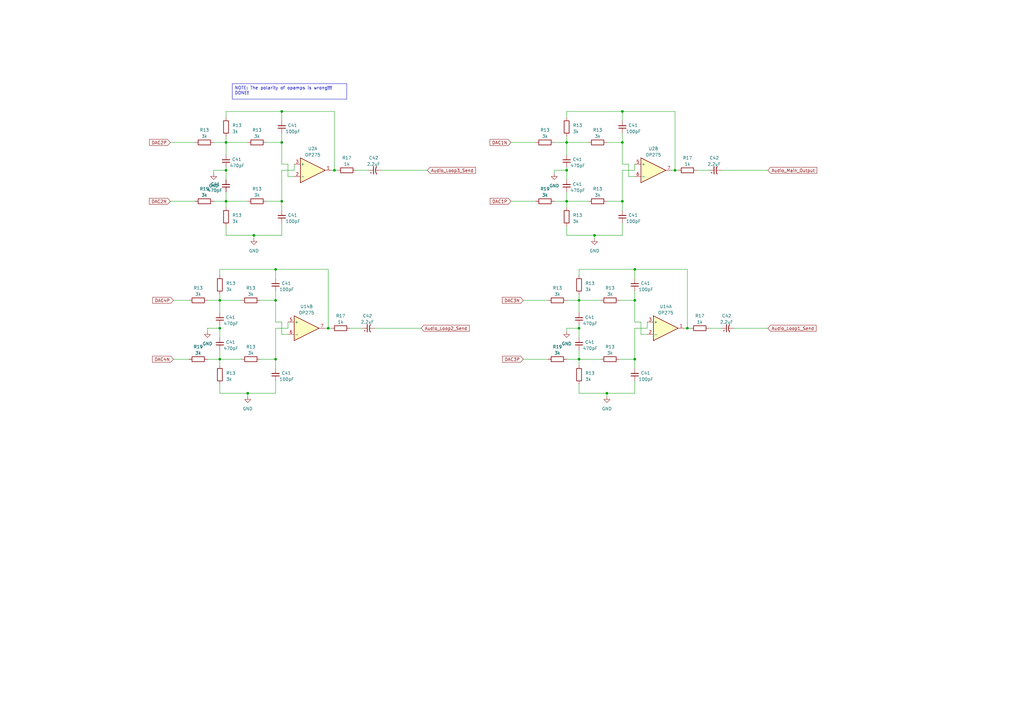
<source format=kicad_sch>
(kicad_sch (version 20231120) (generator "eeschema") (generator_version "8.0")
  (paper "A3")
  (lib_symbols
    (symbol "Amplifier_Operational:OP275" (pin_names (offset 0.127))
      (property "Reference" "U" (at 0 5.08 0))
      (property "Value" "OP275" (at 0 -5.08 0))
      (symbol "OP275_1_1"
        (polyline (pts (xy -5.08 5.08) (xy 5.08 0) (xy -5.08 -5.08) (xy -5.08 5.08)) (stroke (width 0.254)) (fill (type background)))
        (pin output line (at 7.62 0 180) (length 2.54) (name "~") (number "1"))
        (pin input line (at -7.62 -2.54 0) (length 2.54) (name "-") (number "2"))
        (pin input line (at -7.62 2.54 0) (length 2.54) (name "+") (number "3"))
      )
      (symbol "OP275_2_1"
        (polyline (pts (xy -5.08 5.08) (xy 5.08 0) (xy -5.08 -5.08) (xy -5.08 5.08)) (stroke (width 0.254)) (fill (type background)))
        (pin input line (at -7.62 2.54 0) (length 2.54) (name "+") (number "5"))
        (pin input line (at -7.62 -2.54 0) (length 2.54) (name "-") (number "6"))
        (pin output line (at 7.62 0 180) (length 2.54) (name "~") (number "7"))
      )
      (symbol "OP275_3_1"
        (pin power_in line (at -2.54 -7.62 90) (length 3.81) (name "V-") (number "4"))
        (pin power_in line (at -2.54 7.62 270) (length 3.81) (name "V+") (number "8"))
      )
    )
    (symbol "Device:C_Polarized_Small_US" (pin_numbers hide) (pin_names (offset 0.254) hide)
      (property "Reference" "C" (at 0.254 1.778 0))
      (property "Value" "C_Polarized_Small_US" (at 0.254 -2.032 0))
      (symbol "C_Polarized_Small_US_0_1"
        (polyline (pts (xy -1.524 0.508) (xy 1.524 0.508)) (stroke (width 0.3048)))
        (polyline (pts (xy -1.27 1.524) (xy -0.762 1.524)))
        (polyline (pts (xy -1.016 1.27) (xy -1.016 1.778)))
        (arc (start 1.524 -0.762) (mid 0 -0.3734) (end -1.524 -0.762) (stroke (width 0.3048)))
      )
      (symbol "C_Polarized_Small_US_1_1"
        (pin passive line (at 0 2.54 270) (length 2.032) (name "~") (number "1"))
        (pin passive line (at 0 -2.54 90) (length 2.032) (name "~") (number "2"))
      )
    )
    (symbol "Device:C_Small" (pin_numbers hide) (pin_names (offset 0.254) hide)
      (property "Reference" "C" (at 0.254 1.778 0))
      (property "Value" "C_Small" (at 0.254 -2.032 0))
      (symbol "C_Small_0_1"
        (polyline (pts (xy -1.524 -0.508) (xy 1.524 -0.508)) (stroke (width 0.3302)))
        (polyline (pts (xy -1.524 0.508) (xy 1.524 0.508)) (stroke (width 0.3048)))
      )
      (symbol "C_Small_1_1"
        (pin passive line (at 0 2.54 270) (length 2.032) (name "~") (number "1"))
        (pin passive line (at 0 -2.54 90) (length 2.032) (name "~") (number "2"))
      )
    )
    (symbol "Device:R" (pin_numbers hide) (pin_names (offset 0))
      (property "Reference" "R" (at 2.032 0 90))
      (property "Value" "R" (at 0 0 90))
      (symbol "R_0_1"
        (rectangle (start -1.016 -2.54) (end 1.016 2.54) (stroke (width 0.254)))
      )
      (symbol "R_1_1"
        (pin passive line (at 0 3.81 270) (length 1.27) (name "~") (number "1"))
        (pin passive line (at 0 -3.81 90) (length 1.27) (name "~") (number "2"))
      )
    )
    (symbol "power:GND" (power) (pin_names (offset 0))
      (property "Value" "GND" (at 0 -3.81 0))
      (symbol "GND_0_1"
        (polyline (pts (xy 0 0) (xy 0 -1.27) (xy 1.27 -1.27) (xy 0 -2.54) (xy -1.27 -1.27) (xy 0 -1.27)))
      )
      (symbol "GND_1_1"
        (pin power_in line (at 0 0 270) (length 0) hide (name "GND") (number "1"))
      )
    )
  )
  (junction (at 92.71 69.85))
  (junction (at 92.71 82.55))
  (junction (at 115.57 45.72))
  (junction (at 90.17 134.62))
  (junction (at 237.49 134.62))
  (junction (at 255.27 82.55))
  (junction (at 90.17 123.19))
  (junction (at 255.27 58.42))
  (junction (at 248.92 161.29))
  (junction (at 255.27 45.72))
  (junction (at 276.86 69.85))
  (junction (at 134.62 134.62))
  (junction (at 281.94 134.62))
  (junction (at 104.14 96.52))
  (junction (at 115.57 58.42))
  (junction (at 90.17 147.32))
  (junction (at 137.16 69.85))
  (junction (at 113.03 123.19))
  (junction (at 232.41 82.55))
  (junction (at 260.35 123.19))
  (junction (at 237.49 123.19))
  (junction (at 115.57 82.55))
  (junction (at 113.03 110.49))
  (junction (at 232.41 58.42))
  (junction (at 101.6 161.29))
  (junction (at 113.03 147.32))
  (junction (at 260.35 110.49))
  (junction (at 232.41 69.85))
  (junction (at 237.49 147.32))
  (junction (at 92.71 58.42))
  (junction (at 260.35 147.32))
  (junction (at 243.84 96.52))
  (wire (pts (xy 115.57 137.16) (xy 118.11 137.16)))
  (wire (pts (xy 115.57 69.85) (xy 115.57 82.55)))
  (wire (pts (xy 143.51 134.62) (xy 148.59 134.62)))
  (wire (pts (xy 232.41 58.42) (xy 241.3 58.42)))
  (wire (pts (xy 255.27 45.72) (xy 255.27 49.53)))
  (wire (pts (xy 92.71 82.55) (xy 92.71 85.09)))
  (wire (pts (xy 237.49 113.03) (xy 237.49 110.49)))
  (wire (pts (xy 92.71 68.58) (xy 92.71 69.85)))
  (wire (pts (xy 115.57 58.42) (xy 109.22 58.42)))
  (wire (pts (xy 257.81 72.39) (xy 260.35 72.39)))
  (wire (pts (xy 260.35 110.49) (xy 281.94 110.49)))
  (wire (pts (xy 92.71 45.72) (xy 115.57 45.72)))
  (wire (pts (xy 232.41 69.85) (xy 232.41 73.66)))
  (wire (pts (xy 276.86 45.72) (xy 276.86 69.85)))
  (wire (pts (xy 260.35 67.31) (xy 260.35 69.85)))
  (wire (pts (xy 280.67 134.62) (xy 281.94 134.62)))
  (wire (pts (xy 109.22 82.55) (xy 115.57 82.55)))
  (wire (pts (xy 260.35 156.21) (xy 260.35 161.29)))
  (wire (pts (xy 232.41 48.26) (xy 232.41 45.72)))
  (wire (pts (xy 90.17 113.03) (xy 90.17 110.49)))
  (wire (pts (xy 120.65 67.31) (xy 120.65 69.85)))
  (wire (pts (xy 262.89 132.08) (xy 262.89 137.16)))
  (wire (pts (xy 232.41 96.52) (xy 243.84 96.52)))
  (wire (pts (xy 87.63 69.85) (xy 92.71 69.85)))
  (wire (pts (xy 232.41 135.89) (xy 232.41 134.62)))
  (wire (pts (xy 87.63 71.12) (xy 87.63 69.85)))
  (wire (pts (xy 255.27 54.61) (xy 255.27 58.42)))
  (wire (pts (xy 146.05 69.85) (xy 151.13 69.85)))
  (wire (pts (xy 248.92 161.29) (xy 248.92 162.56)))
  (wire (pts (xy 113.03 119.38) (xy 113.03 123.19)))
  (wire (pts (xy 101.6 161.29) (xy 113.03 161.29)))
  (wire (pts (xy 232.41 45.72) (xy 255.27 45.72)))
  (wire (pts (xy 87.63 58.42) (xy 92.71 58.42)))
  (wire (pts (xy 227.33 82.55) (xy 232.41 82.55)))
  (wire (pts (xy 232.41 78.74) (xy 232.41 82.55)))
  (wire (pts (xy 214.63 123.19) (xy 224.79 123.19)))
  (wire (pts (xy 92.71 69.85) (xy 92.71 73.66)))
  (wire (pts (xy 104.14 96.52) (xy 115.57 96.52)))
  (wire (pts (xy 71.12 123.19) (xy 77.47 123.19)))
  (wire (pts (xy 237.49 147.32) (xy 237.49 149.86)))
  (wire (pts (xy 237.49 123.19) (xy 237.49 128.27)))
  (wire (pts (xy 232.41 92.71) (xy 232.41 96.52)))
  (wire (pts (xy 237.49 157.48) (xy 237.49 161.29)))
  (wire (pts (xy 257.81 67.31) (xy 257.81 72.39)))
  (wire (pts (xy 135.89 69.85) (xy 137.16 69.85)))
  (wire (pts (xy 255.27 82.55) (xy 255.27 86.36)))
  (wire (pts (xy 134.62 110.49) (xy 134.62 134.62)))
  (wire (pts (xy 153.67 134.62) (xy 172.72 134.62)))
  (wire (pts (xy 92.71 58.42) (xy 101.6 58.42)))
  (wire (pts (xy 118.11 132.08) (xy 118.11 134.62)))
  (wire (pts (xy 265.43 134.62) (xy 260.35 134.62)))
  (wire (pts (xy 243.84 96.52) (xy 243.84 97.79)))
  (wire (pts (xy 254 147.32) (xy 260.35 147.32)))
  (wire (pts (xy 255.27 91.44) (xy 255.27 96.52)))
  (wire (pts (xy 295.91 69.85) (xy 314.96 69.85)))
  (wire (pts (xy 227.33 69.85) (xy 232.41 69.85)))
  (wire (pts (xy 248.92 161.29) (xy 260.35 161.29)))
  (wire (pts (xy 237.49 123.19) (xy 246.38 123.19)))
  (wire (pts (xy 113.03 147.32) (xy 113.03 151.13)))
  (wire (pts (xy 115.57 67.31) (xy 118.11 67.31)))
  (wire (pts (xy 90.17 134.62) (xy 90.17 138.43)))
  (wire (pts (xy 85.09 134.62) (xy 90.17 134.62)))
  (wire (pts (xy 255.27 58.42) (xy 248.92 58.42)))
  (wire (pts (xy 90.17 157.48) (xy 90.17 161.29)))
  (wire (pts (xy 90.17 123.19) (xy 90.17 128.27)))
  (wire (pts (xy 260.35 119.38) (xy 260.35 123.19)))
  (wire (pts (xy 260.35 132.08) (xy 260.35 123.19)))
  (wire (pts (xy 237.49 133.35) (xy 237.49 134.62)))
  (wire (pts (xy 243.84 96.52) (xy 255.27 96.52)))
  (wire (pts (xy 260.35 134.62) (xy 260.35 147.32)))
  (wire (pts (xy 265.43 132.08) (xy 265.43 134.62)))
  (wire (pts (xy 281.94 134.62) (xy 283.21 134.62)))
  (wire (pts (xy 260.35 132.08) (xy 262.89 132.08)))
  (wire (pts (xy 118.11 134.62) (xy 113.03 134.62)))
  (wire (pts (xy 255.27 69.85) (xy 255.27 82.55)))
  (wire (pts (xy 285.75 69.85) (xy 290.83 69.85)))
  (wire (pts (xy 92.71 92.71) (xy 92.71 96.52)))
  (wire (pts (xy 237.49 147.32) (xy 246.38 147.32)))
  (wire (pts (xy 85.09 123.19) (xy 90.17 123.19)))
  (wire (pts (xy 90.17 143.51) (xy 90.17 147.32)))
  (wire (pts (xy 92.71 48.26) (xy 92.71 45.72)))
  (wire (pts (xy 90.17 123.19) (xy 99.06 123.19)))
  (wire (pts (xy 113.03 123.19) (xy 106.68 123.19)))
  (wire (pts (xy 232.41 147.32) (xy 237.49 147.32)))
  (wire (pts (xy 255.27 67.31) (xy 255.27 58.42)))
  (wire (pts (xy 115.57 91.44) (xy 115.57 96.52)))
  (wire (pts (xy 281.94 110.49) (xy 281.94 134.62)))
  (wire (pts (xy 71.12 147.32) (xy 77.47 147.32)))
  (wire (pts (xy 232.41 58.42) (xy 232.41 63.5)))
  (wire (pts (xy 137.16 69.85) (xy 138.43 69.85)))
  (wire (pts (xy 92.71 55.88) (xy 92.71 58.42)))
  (wire (pts (xy 255.27 67.31) (xy 257.81 67.31)))
  (wire (pts (xy 209.55 82.55) (xy 219.71 82.55)))
  (wire (pts (xy 69.85 58.42) (xy 80.01 58.42)))
  (wire (pts (xy 134.62 134.62) (xy 135.89 134.62)))
  (wire (pts (xy 115.57 45.72) (xy 115.57 49.53)))
  (wire (pts (xy 232.41 123.19) (xy 237.49 123.19)))
  (wire (pts (xy 120.65 69.85) (xy 115.57 69.85)))
  (wire (pts (xy 237.49 110.49) (xy 260.35 110.49)))
  (wire (pts (xy 290.83 134.62) (xy 295.91 134.62)))
  (wire (pts (xy 113.03 132.08) (xy 115.57 132.08)))
  (wire (pts (xy 113.03 110.49) (xy 134.62 110.49)))
  (wire (pts (xy 260.35 123.19) (xy 254 123.19)))
  (wire (pts (xy 275.59 69.85) (xy 276.86 69.85)))
  (wire (pts (xy 87.63 82.55) (xy 92.71 82.55)))
  (wire (pts (xy 255.27 45.72) (xy 276.86 45.72)))
  (wire (pts (xy 115.57 67.31) (xy 115.57 58.42)))
  (wire (pts (xy 90.17 110.49) (xy 113.03 110.49)))
  (wire (pts (xy 85.09 135.89) (xy 85.09 134.62)))
  (wire (pts (xy 113.03 156.21) (xy 113.03 161.29)))
  (wire (pts (xy 237.49 143.51) (xy 237.49 147.32)))
  (wire (pts (xy 69.85 82.55) (xy 80.01 82.55)))
  (wire (pts (xy 101.6 161.29) (xy 101.6 162.56)))
  (wire (pts (xy 115.57 54.61) (xy 115.57 58.42)))
  (wire (pts (xy 133.35 134.62) (xy 134.62 134.62)))
  (wire (pts (xy 232.41 55.88) (xy 232.41 58.42)))
  (wire (pts (xy 115.57 45.72) (xy 137.16 45.72)))
  (wire (pts (xy 106.68 147.32) (xy 113.03 147.32)))
  (wire (pts (xy 260.35 110.49) (xy 260.35 114.3)))
  (wire (pts (xy 104.14 96.52) (xy 104.14 97.79)))
  (wire (pts (xy 118.11 72.39) (xy 120.65 72.39)))
  (wire (pts (xy 260.35 147.32) (xy 260.35 151.13)))
  (wire (pts (xy 113.03 110.49) (xy 113.03 114.3)))
  (wire (pts (xy 115.57 132.08) (xy 115.57 137.16)))
  (wire (pts (xy 115.57 82.55) (xy 115.57 86.36)))
  (wire (pts (xy 232.41 68.58) (xy 232.41 69.85)))
  (wire (pts (xy 260.35 69.85) (xy 255.27 69.85)))
  (wire (pts (xy 232.41 82.55) (xy 232.41 85.09)))
  (wire (pts (xy 262.89 137.16) (xy 265.43 137.16)))
  (wire (pts (xy 113.03 134.62) (xy 113.03 147.32)))
  (wire (pts (xy 156.21 69.85) (xy 175.26 69.85)))
  (wire (pts (xy 232.41 134.62) (xy 237.49 134.62)))
  (wire (pts (xy 232.41 82.55) (xy 241.3 82.55)))
  (wire (pts (xy 85.09 147.32) (xy 90.17 147.32)))
  (wire (pts (xy 237.49 120.65) (xy 237.49 123.19)))
  (wire (pts (xy 90.17 147.32) (xy 99.06 147.32)))
  (wire (pts (xy 92.71 78.74) (xy 92.71 82.55)))
  (wire (pts (xy 92.71 58.42) (xy 92.71 63.5)))
  (wire (pts (xy 300.99 134.62) (xy 314.96 134.62)))
  (wire (pts (xy 237.49 134.62) (xy 237.49 138.43)))
  (wire (pts (xy 90.17 120.65) (xy 90.17 123.19)))
  (wire (pts (xy 92.71 82.55) (xy 101.6 82.55)))
  (wire (pts (xy 90.17 133.35) (xy 90.17 134.62)))
  (wire (pts (xy 137.16 45.72) (xy 137.16 69.85)))
  (wire (pts (xy 113.03 132.08) (xy 113.03 123.19)))
  (wire (pts (xy 90.17 147.32) (xy 90.17 149.86)))
  (wire (pts (xy 237.49 161.29) (xy 248.92 161.29)))
  (wire (pts (xy 276.86 69.85) (xy 278.13 69.85)))
  (wire (pts (xy 118.11 67.31) (xy 118.11 72.39)))
  (wire (pts (xy 214.63 147.32) (xy 224.79 147.32)))
  (wire (pts (xy 90.17 161.29) (xy 101.6 161.29)))
  (wire (pts (xy 92.71 96.52) (xy 104.14 96.52)))
  (wire (pts (xy 227.33 58.42) (xy 232.41 58.42)))
  (wire (pts (xy 248.92 82.55) (xy 255.27 82.55)))
  (wire (pts (xy 227.33 71.12) (xy 227.33 69.85)))
  (wire (pts (xy 209.55 58.42) (xy 219.71 58.42)))
  (text_box "NOTE: The polarity of opamps is wrong!!! DONE!\n" (at 95.25 34.29 0) (size 46.99 6.35) (effects (font (size 1.27 1.27)) (justify left top)))
  (global_label "DAC2N" (shape input) (at 69.85 82.55 180) (property "Intersheetrefs" "${INTERSHEET_REFS}" (effects (hide yes))))
  (global_label "Audio_Loop1_Send" (shape input) (at 314.96 134.62 0) (property "Intersheetrefs" "${INTERSHEET_REFS}" (effects (hide yes))))
  (global_label "DAC4P" (shape input) (at 71.12 123.19 180) (property "Intersheetrefs" "${INTERSHEET_REFS}" (effects (hide yes))))
  (global_label "Audio_Main_Output" (shape input) (at 314.96 69.85 0) (property "Intersheetrefs" "${INTERSHEET_REFS}" (effects (hide yes))))
  (global_label "DAC1P" (shape input) (at 209.55 82.55 180) (property "Intersheetrefs" "${INTERSHEET_REFS}" (effects (hide yes))))
  (global_label "DAC3N" (shape input) (at 214.63 123.19 180) (property "Intersheetrefs" "${INTERSHEET_REFS}" (effects (hide yes))))
  (global_label "DAC3P" (shape input) (at 214.63 147.32 180) (property "Intersheetrefs" "${INTERSHEET_REFS}" (effects (hide yes))))
  (global_label "DAC4N" (shape input) (at 71.12 147.32 180) (property "Intersheetrefs" "${INTERSHEET_REFS}" (effects (hide yes))))
  (global_label "Audio_Loop2_Send" (shape input) (at 172.72 134.62 0) (property "Intersheetrefs" "${INTERSHEET_REFS}" (effects (hide yes))))
  (global_label "DAC2P" (shape input) (at 69.85 58.42 180) (property "Intersheetrefs" "${INTERSHEET_REFS}" (effects (hide yes))))
  (global_label "DAC1N" (shape input) (at 209.55 58.42 180) (property "Intersheetrefs" "${INTERSHEET_REFS}" (effects (hide yes))))
  (global_label "Audio_Loop3_Send" (shape input) (at 175.26 69.85 0) (property "Intersheetrefs" "${INTERSHEET_REFS}" (effects (hide yes))))
  (symbol (lib_id "power:GND") (at 85.09 135.89 0) (unit 1)
    (property "Reference" "#PWR02" (effects (hide yes)))
    (property "Value" "GND" (at 85.09 140.97 0))
    (instances (project "stm_audio_board_V3" (path "" (reference "#PWR02") (unit 1)) (path "" (reference "#PWR01") (unit 1)) (path "" (reference "#PWR095") (unit 1))))
  )
  (symbol (lib_id "Device:C_Polarized_Small_US") (at 293.37 69.85 90) (unit 1)
    (property "Reference" "C42" (at 292.9382 64.77 90))
    (property "Value" "2.2uF" (at 292.9382 67.31 90))
    (property "Footprint" "Capacitor_SMD:C_0805_2012Metric_Pad1.18x1.45mm_HandSolder" (effects (hide yes)))
    (property "JLCPCB" "C377773" (effects (hide yes)))
    (property "LCSC Part" "C377773" (effects (hide yes)))
    (instances (project "stm_audio_board_V3" (path "" (reference "C42") (unit 1)) (path "" (reference "C46") (unit 1))))
  )
  (symbol (lib_id "Amplifier_Operational:OP275") (at 125.73 134.62 0) (unit 2)
    (property "Reference" "U14" (at 125.73 125.73 0))
    (property "Value" "OP275" (at 125.73 128.27 0))
    (property "Footprint" "Package_SO:SSOP-8_3.9x5.05mm_P1.27mm" (effects (hide yes)))
    (property "Datasheet" "https://www.analog.com/media/en/technical-documentation/data-sheets/OP275.pdf" (effects (hide yes)))
    (property "JLCPCB" "C161797" (effects (hide yes)))
    (property "LCSC Part" "C161797" (effects (hide yes)))
  )
  (symbol (lib_id "Device:R") (at 237.49 116.84 180) (unit 1)
    (property "Reference" "R13" (at 240.03 116.205 0) (effects (justify right)))
    (property "Value" "3k" (at 240.03 118.745 0) (effects (justify right)))
    (property "Footprint" "Resistor_SMD:R_0603_1608Metric" (effects (hide yes)))
    (property "JLCPCB" "C4211" (effects (hide yes)))
    (property "LCSC Part" "C4211" (effects (hide yes)))
    (instances (project "stm_audio_board_V3" (path "" (reference "R13") (unit 1)) (path "" (reference "R69") (unit 1))))
  )
  (symbol (lib_id "Amplifier_Operational:OP275") (at 267.97 69.85 0) (unit 2)
    (property "Reference" "U2" (at 267.97 60.96 0))
    (property "Value" "OP275" (at 267.97 63.5 0))
    (property "Footprint" "Package_SO:SSOP-8_3.9x5.05mm_P1.27mm" (effects (hide yes)))
    (property "Datasheet" "https://www.analog.com/media/en/technical-documentation/data-sheets/OP275.pdf" (effects (hide yes)))
    (property "JLCPCB" "C161797" (effects (hide yes)))
    (property "LCSC Part" "C161797" (effects (hide yes)))
  )
  (symbol (lib_id "Device:C_Polarized_Small_US") (at 298.45 134.62 90) (unit 1)
    (property "Reference" "C42" (at 298.0182 129.54 90))
    (property "Value" "2.2uF" (at 298.0182 132.08 90))
    (property "Footprint" "Capacitor_SMD:C_0805_2012Metric_Pad1.18x1.45mm_HandSolder" (effects (hide yes)))
    (property "JLCPCB" "C377773" (effects (hide yes)))
    (property "LCSC Part" "C377773" (effects (hide yes)))
    (instances (project "stm_audio_board_V3" (path "" (reference "C42") (unit 1)) (path "" (reference "C118") (unit 1))))
  )
  (symbol (lib_id "Device:C_Small") (at 232.41 76.2 0) (mirror x) (unit 1)
    (property "Reference" "C41" (at 238.76 75.5586 0) (effects (justify right)))
    (property "Value" "470pF" (at 240.03 78.0986 0) (effects (justify right)))
    (property "Footprint" "Capacitor_SMD:C_0603_1608Metric" (effects (hide yes)))
    (property "JLCPCB" "C1620" (effects (hide yes)))
    (property "LCSC Part" "C1620" (effects (hide yes)))
  )
  (symbol (lib_id "Device:R") (at 237.49 153.67 180) (unit 1)
    (property "Reference" "R13" (at 240.03 153.035 0) (effects (justify right)))
    (property "Value" "3k" (at 240.03 155.575 0) (effects (justify right)))
    (property "Footprint" "Resistor_SMD:R_0603_1608Metric" (effects (hide yes)))
    (property "JLCPCB" "C4211" (effects (hide yes)))
    (property "LCSC Part" "C4211" (effects (hide yes)))
    (instances (project "stm_audio_board_V3" (path "" (reference "R13") (unit 1)) (path "" (reference "R70") (unit 1))))
  )
  (symbol (lib_id "Device:R") (at 142.24 69.85 270) (unit 1)
    (property "Reference" "R17" (at 142.24 64.77 90))
    (property "Value" "1k" (at 142.24 67.31 90))
    (property "Footprint" "Resistor_SMD:R_0603_1608Metric" (effects (hide yes)))
    (property "JLCPCB" "C21190" (effects (hide yes)))
    (property "LCSC Part" "C21190" (effects (hide yes)))
  )
  (symbol (lib_id "Device:R") (at 245.11 82.55 270) (unit 1)
    (property "Reference" "R13" (at 245.11 77.47 90))
    (property "Value" "3k" (at 245.11 80.01 90))
    (property "Footprint" "Resistor_SMD:R_0603_1608Metric" (effects (hide yes)))
    (property "JLCPCB" "C4211" (effects (hide yes)))
    (property "LCSC Part" "C4211" (effects (hide yes)))
    (instances (project "stm_audio_board_V3" (path "" (reference "R13") (unit 1)) (path "" (reference "R22") (unit 1))))
  )
  (symbol (lib_id "Device:C_Small") (at 255.27 88.9 0) (mirror x) (unit 1)
    (property "Reference" "C41" (at 261.62 88.2586 0) (effects (justify right)))
    (property "Value" "100pF" (at 262.89 90.7986 0) (effects (justify right)))
    (property "Footprint" "Capacitor_SMD:C_0603_1608Metric" (effects (hide yes)))
    (property "JLCPCB" "C14858" (effects (hide yes)))
    (property "LCSC Part" "C14858" (effects (hide yes)))
    (instances (project "stm_audio_board_V3" (path "" (reference "C41") (unit 1)) (path "" (reference "C45") (unit 1))))
  )
  (symbol (lib_id "Device:C_Polarized_Small_US") (at 153.67 69.85 90) (unit 1)
    (property "Reference" "C42" (at 153.2382 64.77 90))
    (property "Value" "2.2uF" (at 153.2382 67.31 90))
    (property "Footprint" "Capacitor_SMD:C_0805_2012Metric_Pad1.18x1.45mm_HandSolder" (effects (hide yes)))
    (property "JLCPCB" "C377773" (effects (hide yes)))
    (property "LCSC Part" "C377773" (effects (hide yes)))
  )
  (symbol (lib_id "Device:R") (at 223.52 82.55 90) (unit 1)
    (property "Reference" "R19" (at 223.52 77.47 90))
    (property "Value" "3k" (at 223.52 80.01 90))
    (property "Footprint" "Resistor_SMD:R_0603_1608Metric" (effects (hide yes)))
    (property "JLCPCB" "C4211" (effects (hide yes)))
    (property "LCSC Part" "C4211" (effects (hide yes)))
    (instances (project "stm_audio_board_V3" (path "" (reference "R19") (unit 1)) (path "" (reference "R16") (unit 1))))
  )
  (symbol (lib_id "Device:R") (at 105.41 58.42 90) (mirror x) (unit 1)
    (property "Reference" "R13" (at 105.41 53.34 90))
    (property "Value" "3k" (at 105.41 55.88 90))
    (property "Footprint" "Resistor_SMD:R_0603_1608Metric" (effects (hide yes)))
    (property "JLCPCB" "C4211" (effects (hide yes)))
    (property "LCSC Part" "C4211" (effects (hide yes)))
  )
  (symbol (lib_id "Device:R") (at 92.71 52.07 180) (unit 1)
    (property "Reference" "R13" (at 95.25 51.435 0) (effects (justify right)))
    (property "Value" "3k" (at 95.25 53.975 0) (effects (justify right)))
    (property "Footprint" "Resistor_SMD:R_0603_1608Metric" (effects (hide yes)))
    (property "JLCPCB" "C4211" (effects (hide yes)))
    (property "LCSC Part" "C4211" (effects (hide yes)))
    (instances (project "stm_audio_board_V3" (path "" (reference "R13") (unit 1)) (path "" (reference "R31") (unit 1))))
  )
  (symbol (lib_id "Device:C_Small") (at 113.03 153.67 0) (mirror x) (unit 1)
    (property "Reference" "C41" (at 119.38 153.0286 0) (effects (justify right)))
    (property "Value" "100pF" (at 120.65 155.5686 0) (effects (justify right)))
    (property "Footprint" "Capacitor_SMD:C_0603_1608Metric" (effects (hide yes)))
    (property "JLCPCB" "C14858" (effects (hide yes)))
    (property "LCSC Part" "C14858" (effects (hide yes)))
    (instances (project "stm_audio_board_V3" (path "" (reference "C41") (unit 1)) (path "" (reference "C111") (unit 1))))
  )
  (symbol (lib_id "Device:C_Small") (at 232.41 66.04 0) (mirror x) (unit 1)
    (property "Reference" "C41" (at 238.76 65.3986 0) (effects (justify right)))
    (property "Value" "470pF" (at 240.03 67.9386 0) (effects (justify right)))
    (property "Footprint" "Capacitor_SMD:C_0603_1608Metric" (effects (hide yes)))
    (property "JLCPCB" "C1620" (effects (hide yes)))
    (property "LCSC Part" "C1620" (effects (hide yes)))
    (instances (project "stm_audio_board_V3" (path "" (reference "C41") (unit 1)) (path "" (reference "C40") (unit 1))))
  )
  (symbol (lib_id "Device:R") (at 245.11 58.42 90) (mirror x) (unit 1)
    (property "Reference" "R13" (at 245.11 53.34 90))
    (property "Value" "3k" (at 245.11 55.88 90))
    (property "Footprint" "Resistor_SMD:R_0603_1608Metric" (effects (hide yes)))
    (property "JLCPCB" "C4211" (effects (hide yes)))
    (property "LCSC Part" "C4211" (effects (hide yes)))
    (instances (project "stm_audio_board_V3" (path "" (reference "R13") (unit 1)) (path "" (reference "R21") (unit 1))))
  )
  (symbol (lib_id "Device:R") (at 250.19 123.19 90) (mirror x) (unit 1)
    (property "Reference" "R13" (at 250.19 118.11 90))
    (property "Value" "3k" (at 250.19 120.65 90))
    (property "Footprint" "Resistor_SMD:R_0603_1608Metric" (effects (hide yes)))
    (property "JLCPCB" "C4211" (effects (hide yes)))
    (property "LCSC Part" "C4211" (effects (hide yes)))
    (instances (project "stm_audio_board_V3" (path "" (reference "R13") (unit 1)) (path "" (reference "R71") (unit 1))))
  )
  (symbol (lib_id "Device:C_Small") (at 115.57 88.9 0) (mirror x) (unit 1)
    (property "Reference" "C41" (at 121.92 88.2586 0) (effects (justify right)))
    (property "Value" "100pF" (at 123.19 90.7986 0) (effects (justify right)))
    (property "Footprint" "Capacitor_SMD:C_0603_1608Metric" (effects (hide yes)))
    (property "JLCPCB" "C14858" (effects (hide yes)))
    (property "LCSC Part" "C14858" (effects (hide yes)))
    (instances (project "stm_audio_board_V3" (path "" (reference "C41") (unit 1)) (path "" (reference "C38") (unit 1))))
  )
  (symbol (lib_id "Device:C_Small") (at 260.35 116.84 0) (mirror x) (unit 1)
    (property "Reference" "C41" (at 266.7 116.1986 0) (effects (justify right)))
    (property "Value" "100pF" (at 267.97 118.7386 0) (effects (justify right)))
    (property "Footprint" "Capacitor_SMD:C_0603_1608Metric" (effects (hide yes)))
    (property "JLCPCB" "C14858" (effects (hide yes)))
    (property "LCSC Part" "C14858" (effects (hide yes)))
    (instances (project "stm_audio_board_V3" (path "" (reference "C41") (unit 1)) (path "" (reference "C116") (unit 1))))
  )
  (symbol (lib_id "Device:R") (at 287.02 134.62 270) (unit 1)
    (property "Reference" "R17" (at 287.02 129.54 90))
    (property "Value" "1k" (at 287.02 132.08 90))
    (property "Footprint" "Resistor_SMD:R_0603_1608Metric" (effects (hide yes)))
    (property "JLCPCB" "C21190" (effects (hide yes)))
    (property "LCSC Part" "C21190" (effects (hide yes)))
    (instances (project "stm_audio_board_V3" (path "" (reference "R17") (unit 1)) (path "" (reference "R73") (unit 1))))
  )
  (symbol (lib_id "Device:C_Small") (at 237.49 130.81 0) (mirror x) (unit 1)
    (property "Reference" "C41" (at 243.84 130.1686 0) (effects (justify right)))
    (property "Value" "470pF" (at 245.11 132.7086 0) (effects (justify right)))
    (property "Footprint" "Capacitor_SMD:C_0603_1608Metric" (effects (hide yes)))
    (property "JLCPCB" "C1620" (effects (hide yes)))
    (property "LCSC Part" "C1620" (effects (hide yes)))
    (instances (project "stm_audio_board_V3" (path "" (reference "C41") (unit 1)) (path "" (reference "C114") (unit 1))))
  )
  (symbol (lib_id "power:GND") (at 243.84 97.79 0) (unit 1)
    (property "Reference" "#PWR02" (effects (hide yes)))
    (property "Value" "GND" (at 243.84 102.87 0))
    (instances (project "stm_audio_board_V3" (path "" (reference "#PWR02") (unit 1)) (path "" (reference "#PWR01") (unit 1)) (path "" (reference "#PWR027") (unit 1))))
  )
  (symbol (lib_id "Device:R") (at 81.28 147.32 90) (unit 1)
    (property "Reference" "R19" (at 81.28 142.24 90))
    (property "Value" "3k" (at 81.28 144.78 90))
    (property "Footprint" "Resistor_SMD:R_0603_1608Metric" (effects (hide yes)))
    (property "JLCPCB" "C4211" (effects (hide yes)))
    (property "LCSC Part" "C4211" (effects (hide yes)))
    (instances (project "stm_audio_board_V3" (path "" (reference "R19") (unit 1)) (path "" (reference "R60") (unit 1))))
  )
  (symbol (lib_id "Device:R") (at 228.6 123.19 90) (unit 1)
    (property "Reference" "R13" (at 228.6 118.11 90))
    (property "Value" "3k" (at 228.6 120.65 90))
    (property "Footprint" "Resistor_SMD:R_0603_1608Metric" (effects (hide yes)))
    (property "JLCPCB" "C4211" (effects (hide yes)))
    (property "LCSC Part" "C4211" (effects (hide yes)))
    (instances (project "stm_audio_board_V3" (path "" (reference "R13") (unit 1)) (path "" (reference "R67") (unit 1))))
  )
  (symbol (lib_id "Device:R") (at 90.17 116.84 180) (unit 1)
    (property "Reference" "R13" (at 92.71 116.205 0) (effects (justify right)))
    (property "Value" "3k" (at 92.71 118.745 0) (effects (justify right)))
    (property "Footprint" "Resistor_SMD:R_0603_1608Metric" (effects (hide yes)))
    (property "JLCPCB" "C4211" (effects (hide yes)))
    (property "LCSC Part" "C4211" (effects (hide yes)))
    (instances (project "stm_audio_board_V3" (path "" (reference "R13") (unit 1)) (path "" (reference "R61") (unit 1))))
  )
  (symbol (lib_id "Device:R") (at 223.52 58.42 90) (unit 1)
    (property "Reference" "R13" (at 223.52 53.34 90))
    (property "Value" "3k" (at 223.52 55.88 90))
    (property "Footprint" "Resistor_SMD:R_0603_1608Metric" (effects (hide yes)))
    (property "JLCPCB" "C4211" (effects (hide yes)))
    (property "LCSC Part" "C4211" (effects (hide yes)))
    (instances (project "stm_audio_board_V3" (path "" (reference "R13") (unit 1)) (path "" (reference "R15") (unit 1))))
  )
  (symbol (lib_id "Device:C_Small") (at 90.17 140.97 0) (mirror x) (unit 1)
    (property "Reference" "C41" (at 96.52 140.3286 0) (effects (justify right)))
    (property "Value" "470pF" (at 97.79 142.8686 0) (effects (justify right)))
    (property "Footprint" "Capacitor_SMD:C_0603_1608Metric" (effects (hide yes)))
    (property "JLCPCB" "C1620" (effects (hide yes)))
    (property "LCSC Part" "C1620" (effects (hide yes)))
    (instances (project "stm_audio_board_V3" (path "" (reference "C41") (unit 1)) (path "" (reference "C109") (unit 1))))
  )
  (symbol (lib_id "Device:C_Small") (at 113.03 116.84 0) (mirror x) (unit 1)
    (property "Reference" "C41" (at 119.38 116.1986 0) (effects (justify right)))
    (property "Value" "100pF" (at 120.65 118.7386 0) (effects (justify right)))
    (property "Footprint" "Capacitor_SMD:C_0603_1608Metric" (effects (hide yes)))
    (property "JLCPCB" "C14858" (effects (hide yes)))
    (property "LCSC Part" "C14858" (effects (hide yes)))
    (instances (project "stm_audio_board_V3" (path "" (reference "C41") (unit 1)) (path "" (reference "C110") (unit 1))))
  )
  (symbol (lib_id "Device:R") (at 228.6 147.32 90) (unit 1)
    (property "Reference" "R19" (at 228.6 142.24 90))
    (property "Value" "3k" (at 228.6 144.78 90))
    (property "Footprint" "Resistor_SMD:R_0603_1608Metric" (effects (hide yes)))
    (property "JLCPCB" "C4211" (effects (hide yes)))
    (property "LCSC Part" "C4211" (effects (hide yes)))
    (instances (project "stm_audio_board_V3" (path "" (reference "R19") (unit 1)) (path "" (reference "R68") (unit 1))))
  )
  (symbol (lib_id "Amplifier_Operational:OP275") (at 273.05 134.62 0) (unit 1)
    (property "Reference" "U14" (at 273.05 125.73 0))
    (property "Value" "OP275" (at 273.05 128.27 0))
    (property "Footprint" "Package_SO:SSOP-8_3.9x5.05mm_P1.27mm" (effects (hide yes)))
    (property "Datasheet" "https://www.analog.com/media/en/technical-documentation/data-sheets/OP275.pdf" (effects (hide yes)))
    (property "JLCPCB" "C161797" (effects (hide yes)))
    (property "LCSC Part" "C161797" (effects (hide yes)))
  )
  (symbol (lib_id "Device:R") (at 232.41 52.07 180) (unit 1)
    (property "Reference" "R13" (at 234.95 51.435 0) (effects (justify right)))
    (property "Value" "3k" (at 234.95 53.975 0) (effects (justify right)))
    (property "Footprint" "Resistor_SMD:R_0603_1608Metric" (effects (hide yes)))
    (property "JLCPCB" "C4211" (effects (hide yes)))
    (property "LCSC Part" "C4211" (effects (hide yes)))
    (instances (project "stm_audio_board_V3" (path "" (reference "R13") (unit 1)) (path "" (reference "R19") (unit 1))))
  )
  (symbol (lib_id "Amplifier_Operational:OP275") (at 128.27 69.85 0) (unit 1)
    (property "Reference" "U2" (at 128.27 60.96 0))
    (property "Value" "OP275" (at 128.27 63.5 0))
    (property "Footprint" "Package_SO:SSOP-8_3.9x5.05mm_P1.27mm" (effects (hide yes)))
    (property "Datasheet" "https://www.analog.com/media/en/technical-documentation/data-sheets/OP275.pdf" (effects (hide yes)))
    (property "JLCPCB" "C161797" (effects (hide yes)))
    (property "LCSC Part" "C161797" (effects (hide yes)))
  )
  (symbol (lib_id "Device:R") (at 83.82 82.55 90) (unit 1)
    (property "Reference" "R19" (at 83.82 77.47 90))
    (property "Value" "3k" (at 83.82 80.01 90))
    (property "Footprint" "Resistor_SMD:R_0603_1608Metric" (effects (hide yes)))
    (property "JLCPCB" "C4211" (effects (hide yes)))
    (property "LCSC Part" "C4211" (effects (hide yes)))
    (instances (project "stm_audio_board_V3" (path "" (reference "R19") (unit 1)) (path "" (reference "R27") (unit 1))))
  )
  (symbol (lib_id "Device:C_Small") (at 92.71 76.2 180) (unit 1)
    (property "Reference" "C41" (at 86.36 75.5586 0) (effects (justify right)))
    (property "Value" "470pF" (at 85.09 78.0986 0) (effects (justify right)))
    (property "Footprint" "Capacitor_SMD:C_0603_1608Metric" (effects (hide yes)))
    (property "JLCPCB" "C1620" (effects (hide yes)))
    (property "LCSC Part" "C1620" (effects (hide yes)))
    (instances (project "stm_audio_board_V3" (path "" (reference "C41") (unit 1)) (path "" (reference "C23") (unit 1))))
  )
  (symbol (lib_id "Device:C_Small") (at 260.35 153.67 0) (mirror x) (unit 1)
    (property "Reference" "C41" (at 266.7 153.0286 0) (effects (justify right)))
    (property "Value" "100pF" (at 267.97 155.5686 0) (effects (justify right)))
    (property "Footprint" "Capacitor_SMD:C_0603_1608Metric" (effects (hide yes)))
    (property "JLCPCB" "C14858" (effects (hide yes)))
    (property "LCSC Part" "C14858" (effects (hide yes)))
    (instances (project "stm_audio_board_V3" (path "" (reference "C41") (unit 1)) (path "" (reference "C117") (unit 1))))
  )
  (symbol (lib_id "power:GND") (at 232.41 135.89 0) (unit 1)
    (property "Reference" "#PWR02" (effects (hide yes)))
    (property "Value" "GND" (at 232.41 140.97 0))
    (instances (project "stm_audio_board_V3" (path "" (reference "#PWR02") (unit 1)) (path "" (reference "#PWR01") (unit 1)) (path "" (reference "#PWR0100") (unit 1))))
  )
  (symbol (lib_id "power:GND") (at 101.6 162.56 0) (unit 1)
    (property "Reference" "#PWR02" (effects (hide yes)))
    (property "Value" "GND" (at 101.6 167.64 0))
    (instances (project "stm_audio_board_V3" (path "" (reference "#PWR02") (unit 1)) (path "" (reference "#PWR01") (unit 1)) (path "" (reference "#PWR097") (unit 1))))
  )
  (symbol (lib_id "Device:R") (at 105.41 82.55 270) (unit 1)
    (property "Reference" "R13" (at 105.41 77.47 90))
    (property "Value" "3k" (at 105.41 80.01 90))
    (property "Footprint" "Resistor_SMD:R_0603_1608Metric" (effects (hide yes)))
    (property "JLCPCB" "C4211" (effects (hide yes)))
    (property "LCSC Part" "C4211" (effects (hide yes)))
    (instances (project "stm_audio_board_V3" (path "" (reference "R13") (unit 1)) (path "" (reference "R14") (unit 1))))
  )
  (symbol (lib_id "Device:R") (at 232.41 88.9 180) (unit 1)
    (property "Reference" "R13" (at 234.95 88.265 0) (effects (justify right)))
    (property "Value" "3k" (at 234.95 90.805 0) (effects (justify right)))
    (property "Footprint" "Resistor_SMD:R_0603_1608Metric" (effects (hide yes)))
    (property "JLCPCB" "C4211" (effects (hide yes)))
    (property "LCSC Part" "C4211" (effects (hide yes)))
    (instances (project "stm_audio_board_V3" (path "" (reference "R13") (unit 1)) (path "" (reference "R20") (unit 1))))
  )
  (symbol (lib_id "power:GND") (at 87.63 71.12 0) (unit 1)
    (property "Reference" "#PWR02" (effects (hide yes)))
    (property "Value" "GND" (at 87.63 76.2 0))
    (instances (project "stm_audio_board_V3" (path "" (reference "#PWR02") (unit 1)) (path "" (reference "#PWR01") (unit 1)) (path "" (reference "#PWR014") (unit 1))))
  )
  (symbol (lib_id "Device:C_Polarized_Small_US") (at 151.13 134.62 90) (unit 1)
    (property "Reference" "C42" (at 150.6982 129.54 90))
    (property "Value" "2.2uF" (at 150.6982 132.08 90))
    (property "Footprint" "Capacitor_SMD:C_0805_2012Metric_Pad1.18x1.45mm_HandSolder" (effects (hide yes)))
    (property "JLCPCB" "C377773" (effects (hide yes)))
    (property "LCSC Part" "C377773" (effects (hide yes)))
    (instances (project "stm_audio_board_V3" (path "" (reference "C42") (unit 1)) (path "" (reference "C112") (unit 1))))
  )
  (symbol (lib_id "power:GND") (at 227.33 71.12 0) (unit 1)
    (property "Reference" "#PWR02" (effects (hide yes)))
    (property "Value" "GND" (at 227.33 76.2 0))
    (instances (project "stm_audio_board_V3" (path "" (reference "#PWR02") (unit 1)) (path "" (reference "#PWR01") (unit 1)) (path "" (reference "#PWR021") (unit 1))))
  )
  (symbol (lib_id "Device:R") (at 92.71 88.9 180) (unit 1)
    (property "Reference" "R13" (at 95.25 88.265 0) (effects (justify right)))
    (property "Value" "3k" (at 95.25 90.805 0) (effects (justify right)))
    (property "Footprint" "Resistor_SMD:R_0603_1608Metric" (effects (hide yes)))
    (property "JLCPCB" "C4211" (effects (hide yes)))
    (property "LCSC Part" "C4211" (effects (hide yes)))
    (instances (project "stm_audio_board_V3" (path "" (reference "R13") (unit 1)) (path "" (reference "R32") (unit 1))))
  )
  (symbol (lib_id "Device:C_Small") (at 90.17 130.81 0) (mirror x) (unit 1)
    (property "Reference" "C41" (at 96.52 130.1686 0) (effects (justify right)))
    (property "Value" "470pF" (at 97.79 132.7086 0) (effects (justify right)))
    (property "Footprint" "Capacitor_SMD:C_0603_1608Metric" (effects (hide yes)))
    (property "JLCPCB" "C1620" (effects (hide yes)))
    (property "LCSC Part" "C1620" (effects (hide yes)))
    (instances (project "stm_audio_board_V3" (path "" (reference "C41") (unit 1)) (path "" (reference "C108") (unit 1))))
  )
  (symbol (lib_id "Device:R") (at 81.28 123.19 90) (unit 1)
    (property "Reference" "R13" (at 81.28 118.11 90))
    (property "Value" "3k" (at 81.28 120.65 90))
    (property "Footprint" "Resistor_SMD:R_0603_1608Metric" (effects (hide yes)))
    (property "JLCPCB" "C4211" (effects (hide yes)))
    (property "LCSC Part" "C4211" (effects (hide yes)))
    (instances (project "stm_audio_board_V3" (path "" (reference "R13") (unit 1)) (path "" (reference "R59") (unit 1))))
  )
  (symbol (lib_id "Device:R") (at 102.87 147.32 270) (unit 1)
    (property "Reference" "R13" (at 102.87 142.24 90))
    (property "Value" "3k" (at 102.87 144.78 90))
    (property "Footprint" "Resistor_SMD:R_0603_1608Metric" (effects (hide yes)))
    (property "JLCPCB" "C4211" (effects (hide yes)))
    (property "LCSC Part" "C4211" (effects (hide yes)))
    (instances (project "stm_audio_board_V3" (path "" (reference "R13") (unit 1)) (path "" (reference "R64") (unit 1))))
  )
  (symbol (lib_id "Device:C_Small") (at 255.27 52.07 0) (mirror x) (unit 1)
    (property "Reference" "C41" (at 261.62 51.4286 0) (effects (justify right)))
    (property "Value" "100pF" (at 262.89 53.9686 0) (effects (justify right)))
    (property "Footprint" "Capacitor_SMD:C_0603_1608Metric" (effects (hide yes)))
    (property "JLCPCB" "C14858" (effects (hide yes)))
    (property "LCSC Part" "C14858" (effects (hide yes)))
    (instances (project "stm_audio_board_V3" (path "" (reference "C41") (unit 1)) (path "" (reference "C44") (unit 1))))
  )
  (symbol (lib_id "Device:R") (at 250.19 147.32 270) (unit 1)
    (property "Reference" "R13" (at 250.19 142.24 90))
    (property "Value" "3k" (at 250.19 144.78 90))
    (property "Footprint" "Resistor_SMD:R_0603_1608Metric" (effects (hide yes)))
    (property "JLCPCB" "C4211" (effects (hide yes)))
    (property "LCSC Part" "C4211" (effects (hide yes)))
    (instances (project "stm_audio_board_V3" (path "" (reference "R13") (unit 1)) (path "" (reference "R72") (unit 1))))
  )
  (symbol (lib_id "Device:R") (at 90.17 153.67 180) (unit 1)
    (property "Reference" "R13" (at 92.71 153.035 0) (effects (justify right)))
    (property "Value" "3k" (at 92.71 155.575 0) (effects (justify right)))
    (property "Footprint" "Resistor_SMD:R_0603_1608Metric" (effects (hide yes)))
    (property "JLCPCB" "C4211" (effects (hide yes)))
    (property "LCSC Part" "C4211" (effects (hide yes)))
    (instances (project "stm_audio_board_V3" (path "" (reference "R13") (unit 1)) (path "" (reference "R62") (unit 1))))
  )
  (symbol (lib_id "Device:R") (at 83.82 58.42 90) (unit 1)
    (property "Reference" "R13" (at 83.82 53.34 90))
    (property "Value" "3k" (at 83.82 55.88 90))
    (property "Footprint" "Resistor_SMD:R_0603_1608Metric" (effects (hide yes)))
    (property "JLCPCB" "C4211" (effects (hide yes)))
    (property "LCSC Part" "C4211" (effects (hide yes)))
    (instances (project "stm_audio_board_V3" (path "" (reference "R13") (unit 1)) (path "" (reference "R30") (unit 1))))
  )
  (symbol (lib_id "power:GND") (at 248.92 162.56 0) (unit 1)
    (property "Reference" "#PWR02" (effects (hide yes)))
    (property "Value" "GND" (at 248.92 167.64 0))
    (instances (project "stm_audio_board_V3" (path "" (reference "#PWR02") (unit 1)) (path "" (reference "#PWR01") (unit 1)) (path "" (reference "#PWR0101") (unit 1))))
  )
  (symbol (lib_id "Device:R") (at 281.94 69.85 270) (unit 1)
    (property "Reference" "R17" (at 281.94 64.77 90))
    (property "Value" "1k" (at 281.94 67.31 90))
    (property "Footprint" "Resistor_SMD:R_0603_1608Metric" (effects (hide yes)))
    (property "JLCPCB" "C21190" (effects (hide yes)))
    (property "LCSC Part" "C21190" (effects (hide yes)))
    (instances (project "stm_audio_board_V3" (path "" (reference "R17") (unit 1)) (path "" (reference "R23") (unit 1))))
  )
  (symbol (lib_id "Device:R") (at 139.7 134.62 270) (unit 1)
    (property "Reference" "R17" (at 139.7 129.54 90))
    (property "Value" "1k" (at 139.7 132.08 90))
    (property "Footprint" "Resistor_SMD:R_0603_1608Metric" (effects (hide yes)))
    (property "JLCPCB" "C21190" (effects (hide yes)))
    (property "LCSC Part" "C21190" (effects (hide yes)))
    (instances (project "stm_audio_board_V3" (path "" (reference "R17") (unit 1)) (path "" (reference "R65") (unit 1))))
  )
  (symbol (lib_id "Device:R") (at 102.87 123.19 90) (mirror x) (unit 1)
    (property "Reference" "R13" (at 102.87 118.11 90))
    (property "Value" "3k" (at 102.87 120.65 90))
    (property "Footprint" "Resistor_SMD:R_0603_1608Metric" (effects (hide yes)))
    (property "JLCPCB" "C4211" (effects (hide yes)))
    (property "LCSC Part" "C4211" (effects (hide yes)))
    (instances (project "stm_audio_board_V3" (path "" (reference "R13") (unit 1)) (path "" (reference "R63") (unit 1))))
  )
  (symbol (lib_id "Device:C_Small") (at 115.57 52.07 0) (mirror x) (unit 1)
    (property "Reference" "C41" (at 121.92 51.4286 0) (effects (justify right)))
    (property "Value" "100pF" (at 123.19 53.9686 0) (effects (justify right)))
    (property "Footprint" "Capacitor_SMD:C_0603_1608Metric" (effects (hide yes)))
    (property "JLCPCB" "C14858" (effects (hide yes)))
    (property "LCSC Part" "C14858" (effects (hide yes)))
    (instances (project "stm_audio_board_V3" (path "" (reference "C41") (unit 1)) (path "" (reference "C39") (unit 1))))
  )
  (symbol (lib_id "Device:C_Small") (at 92.71 66.04 0) (mirror x) (unit 1)
    (property "Reference" "C41" (at 99.06 65.3986 0) (effects (justify right)))
    (property "Value" "470pF" (at 100.33 67.9386 0) (effects (justify right)))
    (property "Footprint" "Capacitor_SMD:C_0603_1608Metric" (effects (hide yes)))
    (property "JLCPCB" "C1620" (effects (hide yes)))
    (property "LCSC Part" "C1620" (effects (hide yes)))
    (instances (project "stm_audio_board_V3" (path "" (reference "C41") (unit 1)) (path "" (reference "C22") (unit 1))))
  )
  (symbol (lib_id "Device:C_Small") (at 237.49 140.97 0) (mirror x) (unit 1)
    (property "Reference" "C41" (at 243.84 140.3286 0) (effects (justify right)))
    (property "Value" "470pF" (at 245.11 142.8686 0) (effects (justify right)))
    (property "Footprint" "Capacitor_SMD:C_0603_1608Metric" (effects (hide yes)))
    (property "JLCPCB" "C1620" (effects (hide yes)))
    (property "LCSC Part" "C1620" (effects (hide yes)))
    (instances (project "stm_audio_board_V3" (path "" (reference "C41") (unit 1)) (path "" (reference "C115") (unit 1))))
  )
  (symbol (lib_id "power:GND") (at 104.14 97.79 0) (unit 1)
    (property "Reference" "#PWR02" (effects (hide yes)))
    (property "Value" "GND" (at 104.14 102.87 0))
    (instances (project "stm_audio_board_V3" (path "" (reference "#PWR02") (unit 1)) (path "" (reference "#PWR01") (unit 1)) (path "" (reference "#PWR015") (unit 1))))
  )
)
</source>
